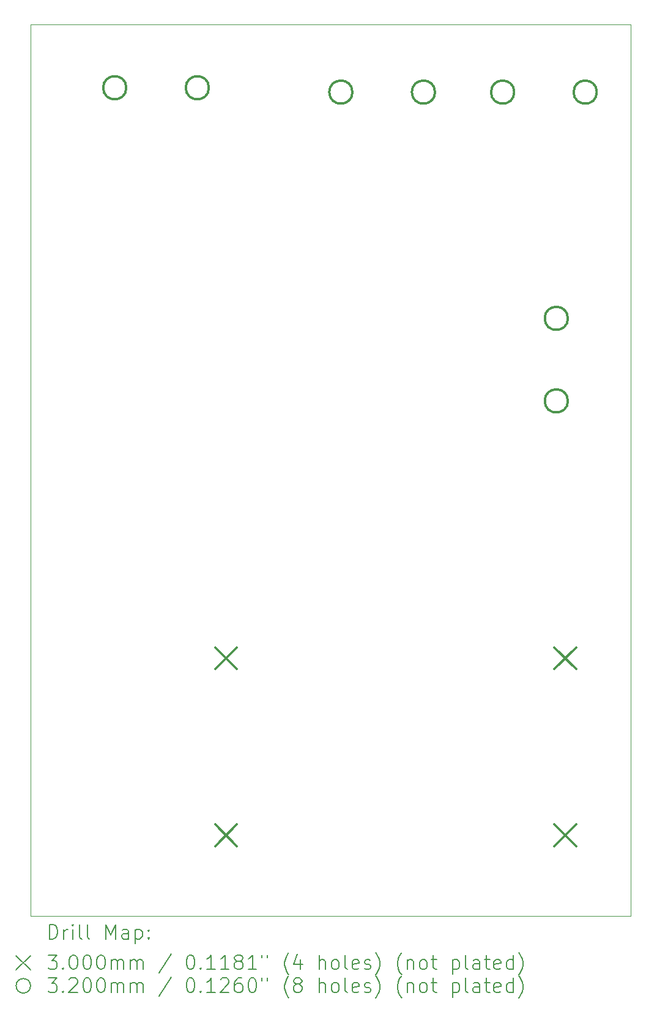
<source format=gbr>
%TF.GenerationSoftware,KiCad,Pcbnew,9.0.2*%
%TF.CreationDate,2025-06-26T10:54:21-04:00*%
%TF.ProjectId,caeluspcb,6361656c-7573-4706-9362-2e6b69636164,rev?*%
%TF.SameCoordinates,Original*%
%TF.FileFunction,Drillmap*%
%TF.FilePolarity,Positive*%
%FSLAX45Y45*%
G04 Gerber Fmt 4.5, Leading zero omitted, Abs format (unit mm)*
G04 Created by KiCad (PCBNEW 9.0.2) date 2025-06-26 10:54:21*
%MOMM*%
%LPD*%
G01*
G04 APERTURE LIST*
%ADD10C,0.050000*%
%ADD11C,0.200000*%
%ADD12C,0.300000*%
%ADD13C,0.320000*%
G04 APERTURE END LIST*
D10*
X4150000Y-6500000D02*
X12450000Y-6500000D01*
X12450000Y-18850000D01*
X4150000Y-18850000D01*
X4150000Y-6500000D01*
D11*
D12*
X6702500Y-15127000D02*
X7002500Y-15427000D01*
X7002500Y-15127000D02*
X6702500Y-15427000D01*
X6702500Y-17578000D02*
X7002500Y-17878000D01*
X7002500Y-17578000D02*
X6702500Y-17878000D01*
X11397500Y-15127000D02*
X11697500Y-15427000D01*
X11697500Y-15127000D02*
X11397500Y-15427000D01*
X11397500Y-17578000D02*
X11697500Y-17878000D01*
X11697500Y-17578000D02*
X11397500Y-17878000D01*
D13*
X5472750Y-7378000D02*
G75*
G02*
X5152750Y-7378000I-160000J0D01*
G01*
X5152750Y-7378000D02*
G75*
G02*
X5472750Y-7378000I160000J0D01*
G01*
X6615750Y-7378000D02*
G75*
G02*
X6295750Y-7378000I-160000J0D01*
G01*
X6295750Y-7378000D02*
G75*
G02*
X6615750Y-7378000I160000J0D01*
G01*
X8602000Y-7438000D02*
G75*
G02*
X8282000Y-7438000I-160000J0D01*
G01*
X8282000Y-7438000D02*
G75*
G02*
X8602000Y-7438000I160000J0D01*
G01*
X9745000Y-7438000D02*
G75*
G02*
X9425000Y-7438000I-160000J0D01*
G01*
X9425000Y-7438000D02*
G75*
G02*
X9745000Y-7438000I160000J0D01*
G01*
X10841000Y-7438000D02*
G75*
G02*
X10521000Y-7438000I-160000J0D01*
G01*
X10521000Y-7438000D02*
G75*
G02*
X10841000Y-7438000I160000J0D01*
G01*
X11584000Y-10570750D02*
G75*
G02*
X11264000Y-10570750I-160000J0D01*
G01*
X11264000Y-10570750D02*
G75*
G02*
X11584000Y-10570750I160000J0D01*
G01*
X11584000Y-11713750D02*
G75*
G02*
X11264000Y-11713750I-160000J0D01*
G01*
X11264000Y-11713750D02*
G75*
G02*
X11584000Y-11713750I160000J0D01*
G01*
X11984000Y-7438000D02*
G75*
G02*
X11664000Y-7438000I-160000J0D01*
G01*
X11664000Y-7438000D02*
G75*
G02*
X11984000Y-7438000I160000J0D01*
G01*
D11*
X4408277Y-19163984D02*
X4408277Y-18963984D01*
X4408277Y-18963984D02*
X4455896Y-18963984D01*
X4455896Y-18963984D02*
X4484467Y-18973508D01*
X4484467Y-18973508D02*
X4503515Y-18992555D01*
X4503515Y-18992555D02*
X4513039Y-19011603D01*
X4513039Y-19011603D02*
X4522563Y-19049698D01*
X4522563Y-19049698D02*
X4522563Y-19078270D01*
X4522563Y-19078270D02*
X4513039Y-19116365D01*
X4513039Y-19116365D02*
X4503515Y-19135412D01*
X4503515Y-19135412D02*
X4484467Y-19154460D01*
X4484467Y-19154460D02*
X4455896Y-19163984D01*
X4455896Y-19163984D02*
X4408277Y-19163984D01*
X4608277Y-19163984D02*
X4608277Y-19030650D01*
X4608277Y-19068746D02*
X4617801Y-19049698D01*
X4617801Y-19049698D02*
X4627324Y-19040174D01*
X4627324Y-19040174D02*
X4646372Y-19030650D01*
X4646372Y-19030650D02*
X4665420Y-19030650D01*
X4732086Y-19163984D02*
X4732086Y-19030650D01*
X4732086Y-18963984D02*
X4722563Y-18973508D01*
X4722563Y-18973508D02*
X4732086Y-18983031D01*
X4732086Y-18983031D02*
X4741610Y-18973508D01*
X4741610Y-18973508D02*
X4732086Y-18963984D01*
X4732086Y-18963984D02*
X4732086Y-18983031D01*
X4855896Y-19163984D02*
X4836848Y-19154460D01*
X4836848Y-19154460D02*
X4827324Y-19135412D01*
X4827324Y-19135412D02*
X4827324Y-18963984D01*
X4960658Y-19163984D02*
X4941610Y-19154460D01*
X4941610Y-19154460D02*
X4932086Y-19135412D01*
X4932086Y-19135412D02*
X4932086Y-18963984D01*
X5189229Y-19163984D02*
X5189229Y-18963984D01*
X5189229Y-18963984D02*
X5255896Y-19106841D01*
X5255896Y-19106841D02*
X5322563Y-18963984D01*
X5322563Y-18963984D02*
X5322563Y-19163984D01*
X5503515Y-19163984D02*
X5503515Y-19059222D01*
X5503515Y-19059222D02*
X5493991Y-19040174D01*
X5493991Y-19040174D02*
X5474944Y-19030650D01*
X5474944Y-19030650D02*
X5436848Y-19030650D01*
X5436848Y-19030650D02*
X5417801Y-19040174D01*
X5503515Y-19154460D02*
X5484467Y-19163984D01*
X5484467Y-19163984D02*
X5436848Y-19163984D01*
X5436848Y-19163984D02*
X5417801Y-19154460D01*
X5417801Y-19154460D02*
X5408277Y-19135412D01*
X5408277Y-19135412D02*
X5408277Y-19116365D01*
X5408277Y-19116365D02*
X5417801Y-19097317D01*
X5417801Y-19097317D02*
X5436848Y-19087793D01*
X5436848Y-19087793D02*
X5484467Y-19087793D01*
X5484467Y-19087793D02*
X5503515Y-19078270D01*
X5598753Y-19030650D02*
X5598753Y-19230650D01*
X5598753Y-19040174D02*
X5617801Y-19030650D01*
X5617801Y-19030650D02*
X5655896Y-19030650D01*
X5655896Y-19030650D02*
X5674943Y-19040174D01*
X5674943Y-19040174D02*
X5684467Y-19049698D01*
X5684467Y-19049698D02*
X5693991Y-19068746D01*
X5693991Y-19068746D02*
X5693991Y-19125889D01*
X5693991Y-19125889D02*
X5684467Y-19144936D01*
X5684467Y-19144936D02*
X5674943Y-19154460D01*
X5674943Y-19154460D02*
X5655896Y-19163984D01*
X5655896Y-19163984D02*
X5617801Y-19163984D01*
X5617801Y-19163984D02*
X5598753Y-19154460D01*
X5779705Y-19144936D02*
X5789229Y-19154460D01*
X5789229Y-19154460D02*
X5779705Y-19163984D01*
X5779705Y-19163984D02*
X5770182Y-19154460D01*
X5770182Y-19154460D02*
X5779705Y-19144936D01*
X5779705Y-19144936D02*
X5779705Y-19163984D01*
X5779705Y-19040174D02*
X5789229Y-19049698D01*
X5789229Y-19049698D02*
X5779705Y-19059222D01*
X5779705Y-19059222D02*
X5770182Y-19049698D01*
X5770182Y-19049698D02*
X5779705Y-19040174D01*
X5779705Y-19040174D02*
X5779705Y-19059222D01*
X3947500Y-19392500D02*
X4147500Y-19592500D01*
X4147500Y-19392500D02*
X3947500Y-19592500D01*
X4389229Y-19383984D02*
X4513039Y-19383984D01*
X4513039Y-19383984D02*
X4446372Y-19460174D01*
X4446372Y-19460174D02*
X4474944Y-19460174D01*
X4474944Y-19460174D02*
X4493991Y-19469698D01*
X4493991Y-19469698D02*
X4503515Y-19479222D01*
X4503515Y-19479222D02*
X4513039Y-19498270D01*
X4513039Y-19498270D02*
X4513039Y-19545889D01*
X4513039Y-19545889D02*
X4503515Y-19564936D01*
X4503515Y-19564936D02*
X4493991Y-19574460D01*
X4493991Y-19574460D02*
X4474944Y-19583984D01*
X4474944Y-19583984D02*
X4417801Y-19583984D01*
X4417801Y-19583984D02*
X4398753Y-19574460D01*
X4398753Y-19574460D02*
X4389229Y-19564936D01*
X4598753Y-19564936D02*
X4608277Y-19574460D01*
X4608277Y-19574460D02*
X4598753Y-19583984D01*
X4598753Y-19583984D02*
X4589229Y-19574460D01*
X4589229Y-19574460D02*
X4598753Y-19564936D01*
X4598753Y-19564936D02*
X4598753Y-19583984D01*
X4732086Y-19383984D02*
X4751134Y-19383984D01*
X4751134Y-19383984D02*
X4770182Y-19393508D01*
X4770182Y-19393508D02*
X4779705Y-19403031D01*
X4779705Y-19403031D02*
X4789229Y-19422079D01*
X4789229Y-19422079D02*
X4798753Y-19460174D01*
X4798753Y-19460174D02*
X4798753Y-19507793D01*
X4798753Y-19507793D02*
X4789229Y-19545889D01*
X4789229Y-19545889D02*
X4779705Y-19564936D01*
X4779705Y-19564936D02*
X4770182Y-19574460D01*
X4770182Y-19574460D02*
X4751134Y-19583984D01*
X4751134Y-19583984D02*
X4732086Y-19583984D01*
X4732086Y-19583984D02*
X4713039Y-19574460D01*
X4713039Y-19574460D02*
X4703515Y-19564936D01*
X4703515Y-19564936D02*
X4693991Y-19545889D01*
X4693991Y-19545889D02*
X4684467Y-19507793D01*
X4684467Y-19507793D02*
X4684467Y-19460174D01*
X4684467Y-19460174D02*
X4693991Y-19422079D01*
X4693991Y-19422079D02*
X4703515Y-19403031D01*
X4703515Y-19403031D02*
X4713039Y-19393508D01*
X4713039Y-19393508D02*
X4732086Y-19383984D01*
X4922563Y-19383984D02*
X4941610Y-19383984D01*
X4941610Y-19383984D02*
X4960658Y-19393508D01*
X4960658Y-19393508D02*
X4970182Y-19403031D01*
X4970182Y-19403031D02*
X4979705Y-19422079D01*
X4979705Y-19422079D02*
X4989229Y-19460174D01*
X4989229Y-19460174D02*
X4989229Y-19507793D01*
X4989229Y-19507793D02*
X4979705Y-19545889D01*
X4979705Y-19545889D02*
X4970182Y-19564936D01*
X4970182Y-19564936D02*
X4960658Y-19574460D01*
X4960658Y-19574460D02*
X4941610Y-19583984D01*
X4941610Y-19583984D02*
X4922563Y-19583984D01*
X4922563Y-19583984D02*
X4903515Y-19574460D01*
X4903515Y-19574460D02*
X4893991Y-19564936D01*
X4893991Y-19564936D02*
X4884467Y-19545889D01*
X4884467Y-19545889D02*
X4874944Y-19507793D01*
X4874944Y-19507793D02*
X4874944Y-19460174D01*
X4874944Y-19460174D02*
X4884467Y-19422079D01*
X4884467Y-19422079D02*
X4893991Y-19403031D01*
X4893991Y-19403031D02*
X4903515Y-19393508D01*
X4903515Y-19393508D02*
X4922563Y-19383984D01*
X5113039Y-19383984D02*
X5132086Y-19383984D01*
X5132086Y-19383984D02*
X5151134Y-19393508D01*
X5151134Y-19393508D02*
X5160658Y-19403031D01*
X5160658Y-19403031D02*
X5170182Y-19422079D01*
X5170182Y-19422079D02*
X5179705Y-19460174D01*
X5179705Y-19460174D02*
X5179705Y-19507793D01*
X5179705Y-19507793D02*
X5170182Y-19545889D01*
X5170182Y-19545889D02*
X5160658Y-19564936D01*
X5160658Y-19564936D02*
X5151134Y-19574460D01*
X5151134Y-19574460D02*
X5132086Y-19583984D01*
X5132086Y-19583984D02*
X5113039Y-19583984D01*
X5113039Y-19583984D02*
X5093991Y-19574460D01*
X5093991Y-19574460D02*
X5084467Y-19564936D01*
X5084467Y-19564936D02*
X5074944Y-19545889D01*
X5074944Y-19545889D02*
X5065420Y-19507793D01*
X5065420Y-19507793D02*
X5065420Y-19460174D01*
X5065420Y-19460174D02*
X5074944Y-19422079D01*
X5074944Y-19422079D02*
X5084467Y-19403031D01*
X5084467Y-19403031D02*
X5093991Y-19393508D01*
X5093991Y-19393508D02*
X5113039Y-19383984D01*
X5265420Y-19583984D02*
X5265420Y-19450650D01*
X5265420Y-19469698D02*
X5274944Y-19460174D01*
X5274944Y-19460174D02*
X5293991Y-19450650D01*
X5293991Y-19450650D02*
X5322563Y-19450650D01*
X5322563Y-19450650D02*
X5341610Y-19460174D01*
X5341610Y-19460174D02*
X5351134Y-19479222D01*
X5351134Y-19479222D02*
X5351134Y-19583984D01*
X5351134Y-19479222D02*
X5360658Y-19460174D01*
X5360658Y-19460174D02*
X5379705Y-19450650D01*
X5379705Y-19450650D02*
X5408277Y-19450650D01*
X5408277Y-19450650D02*
X5427325Y-19460174D01*
X5427325Y-19460174D02*
X5436848Y-19479222D01*
X5436848Y-19479222D02*
X5436848Y-19583984D01*
X5532086Y-19583984D02*
X5532086Y-19450650D01*
X5532086Y-19469698D02*
X5541610Y-19460174D01*
X5541610Y-19460174D02*
X5560658Y-19450650D01*
X5560658Y-19450650D02*
X5589229Y-19450650D01*
X5589229Y-19450650D02*
X5608277Y-19460174D01*
X5608277Y-19460174D02*
X5617801Y-19479222D01*
X5617801Y-19479222D02*
X5617801Y-19583984D01*
X5617801Y-19479222D02*
X5627324Y-19460174D01*
X5627324Y-19460174D02*
X5646372Y-19450650D01*
X5646372Y-19450650D02*
X5674943Y-19450650D01*
X5674943Y-19450650D02*
X5693991Y-19460174D01*
X5693991Y-19460174D02*
X5703515Y-19479222D01*
X5703515Y-19479222D02*
X5703515Y-19583984D01*
X6093991Y-19374460D02*
X5922563Y-19631603D01*
X6351134Y-19383984D02*
X6370182Y-19383984D01*
X6370182Y-19383984D02*
X6389229Y-19393508D01*
X6389229Y-19393508D02*
X6398753Y-19403031D01*
X6398753Y-19403031D02*
X6408277Y-19422079D01*
X6408277Y-19422079D02*
X6417801Y-19460174D01*
X6417801Y-19460174D02*
X6417801Y-19507793D01*
X6417801Y-19507793D02*
X6408277Y-19545889D01*
X6408277Y-19545889D02*
X6398753Y-19564936D01*
X6398753Y-19564936D02*
X6389229Y-19574460D01*
X6389229Y-19574460D02*
X6370182Y-19583984D01*
X6370182Y-19583984D02*
X6351134Y-19583984D01*
X6351134Y-19583984D02*
X6332086Y-19574460D01*
X6332086Y-19574460D02*
X6322563Y-19564936D01*
X6322563Y-19564936D02*
X6313039Y-19545889D01*
X6313039Y-19545889D02*
X6303515Y-19507793D01*
X6303515Y-19507793D02*
X6303515Y-19460174D01*
X6303515Y-19460174D02*
X6313039Y-19422079D01*
X6313039Y-19422079D02*
X6322563Y-19403031D01*
X6322563Y-19403031D02*
X6332086Y-19393508D01*
X6332086Y-19393508D02*
X6351134Y-19383984D01*
X6503515Y-19564936D02*
X6513039Y-19574460D01*
X6513039Y-19574460D02*
X6503515Y-19583984D01*
X6503515Y-19583984D02*
X6493991Y-19574460D01*
X6493991Y-19574460D02*
X6503515Y-19564936D01*
X6503515Y-19564936D02*
X6503515Y-19583984D01*
X6703515Y-19583984D02*
X6589229Y-19583984D01*
X6646372Y-19583984D02*
X6646372Y-19383984D01*
X6646372Y-19383984D02*
X6627325Y-19412555D01*
X6627325Y-19412555D02*
X6608277Y-19431603D01*
X6608277Y-19431603D02*
X6589229Y-19441127D01*
X6893991Y-19583984D02*
X6779706Y-19583984D01*
X6836848Y-19583984D02*
X6836848Y-19383984D01*
X6836848Y-19383984D02*
X6817801Y-19412555D01*
X6817801Y-19412555D02*
X6798753Y-19431603D01*
X6798753Y-19431603D02*
X6779706Y-19441127D01*
X7008277Y-19469698D02*
X6989229Y-19460174D01*
X6989229Y-19460174D02*
X6979706Y-19450650D01*
X6979706Y-19450650D02*
X6970182Y-19431603D01*
X6970182Y-19431603D02*
X6970182Y-19422079D01*
X6970182Y-19422079D02*
X6979706Y-19403031D01*
X6979706Y-19403031D02*
X6989229Y-19393508D01*
X6989229Y-19393508D02*
X7008277Y-19383984D01*
X7008277Y-19383984D02*
X7046372Y-19383984D01*
X7046372Y-19383984D02*
X7065420Y-19393508D01*
X7065420Y-19393508D02*
X7074944Y-19403031D01*
X7074944Y-19403031D02*
X7084467Y-19422079D01*
X7084467Y-19422079D02*
X7084467Y-19431603D01*
X7084467Y-19431603D02*
X7074944Y-19450650D01*
X7074944Y-19450650D02*
X7065420Y-19460174D01*
X7065420Y-19460174D02*
X7046372Y-19469698D01*
X7046372Y-19469698D02*
X7008277Y-19469698D01*
X7008277Y-19469698D02*
X6989229Y-19479222D01*
X6989229Y-19479222D02*
X6979706Y-19488746D01*
X6979706Y-19488746D02*
X6970182Y-19507793D01*
X6970182Y-19507793D02*
X6970182Y-19545889D01*
X6970182Y-19545889D02*
X6979706Y-19564936D01*
X6979706Y-19564936D02*
X6989229Y-19574460D01*
X6989229Y-19574460D02*
X7008277Y-19583984D01*
X7008277Y-19583984D02*
X7046372Y-19583984D01*
X7046372Y-19583984D02*
X7065420Y-19574460D01*
X7065420Y-19574460D02*
X7074944Y-19564936D01*
X7074944Y-19564936D02*
X7084467Y-19545889D01*
X7084467Y-19545889D02*
X7084467Y-19507793D01*
X7084467Y-19507793D02*
X7074944Y-19488746D01*
X7074944Y-19488746D02*
X7065420Y-19479222D01*
X7065420Y-19479222D02*
X7046372Y-19469698D01*
X7274944Y-19583984D02*
X7160658Y-19583984D01*
X7217801Y-19583984D02*
X7217801Y-19383984D01*
X7217801Y-19383984D02*
X7198753Y-19412555D01*
X7198753Y-19412555D02*
X7179706Y-19431603D01*
X7179706Y-19431603D02*
X7160658Y-19441127D01*
X7351134Y-19383984D02*
X7351134Y-19422079D01*
X7427325Y-19383984D02*
X7427325Y-19422079D01*
X7722563Y-19660174D02*
X7713039Y-19650650D01*
X7713039Y-19650650D02*
X7693991Y-19622079D01*
X7693991Y-19622079D02*
X7684468Y-19603031D01*
X7684468Y-19603031D02*
X7674944Y-19574460D01*
X7674944Y-19574460D02*
X7665420Y-19526841D01*
X7665420Y-19526841D02*
X7665420Y-19488746D01*
X7665420Y-19488746D02*
X7674944Y-19441127D01*
X7674944Y-19441127D02*
X7684468Y-19412555D01*
X7684468Y-19412555D02*
X7693991Y-19393508D01*
X7693991Y-19393508D02*
X7713039Y-19364936D01*
X7713039Y-19364936D02*
X7722563Y-19355412D01*
X7884468Y-19450650D02*
X7884468Y-19583984D01*
X7836848Y-19374460D02*
X7789229Y-19517317D01*
X7789229Y-19517317D02*
X7913039Y-19517317D01*
X8141610Y-19583984D02*
X8141610Y-19383984D01*
X8227325Y-19583984D02*
X8227325Y-19479222D01*
X8227325Y-19479222D02*
X8217801Y-19460174D01*
X8217801Y-19460174D02*
X8198753Y-19450650D01*
X8198753Y-19450650D02*
X8170182Y-19450650D01*
X8170182Y-19450650D02*
X8151134Y-19460174D01*
X8151134Y-19460174D02*
X8141610Y-19469698D01*
X8351134Y-19583984D02*
X8332087Y-19574460D01*
X8332087Y-19574460D02*
X8322563Y-19564936D01*
X8322563Y-19564936D02*
X8313039Y-19545889D01*
X8313039Y-19545889D02*
X8313039Y-19488746D01*
X8313039Y-19488746D02*
X8322563Y-19469698D01*
X8322563Y-19469698D02*
X8332087Y-19460174D01*
X8332087Y-19460174D02*
X8351134Y-19450650D01*
X8351134Y-19450650D02*
X8379706Y-19450650D01*
X8379706Y-19450650D02*
X8398753Y-19460174D01*
X8398753Y-19460174D02*
X8408277Y-19469698D01*
X8408277Y-19469698D02*
X8417801Y-19488746D01*
X8417801Y-19488746D02*
X8417801Y-19545889D01*
X8417801Y-19545889D02*
X8408277Y-19564936D01*
X8408277Y-19564936D02*
X8398753Y-19574460D01*
X8398753Y-19574460D02*
X8379706Y-19583984D01*
X8379706Y-19583984D02*
X8351134Y-19583984D01*
X8532087Y-19583984D02*
X8513039Y-19574460D01*
X8513039Y-19574460D02*
X8503515Y-19555412D01*
X8503515Y-19555412D02*
X8503515Y-19383984D01*
X8684468Y-19574460D02*
X8665420Y-19583984D01*
X8665420Y-19583984D02*
X8627325Y-19583984D01*
X8627325Y-19583984D02*
X8608277Y-19574460D01*
X8608277Y-19574460D02*
X8598753Y-19555412D01*
X8598753Y-19555412D02*
X8598753Y-19479222D01*
X8598753Y-19479222D02*
X8608277Y-19460174D01*
X8608277Y-19460174D02*
X8627325Y-19450650D01*
X8627325Y-19450650D02*
X8665420Y-19450650D01*
X8665420Y-19450650D02*
X8684468Y-19460174D01*
X8684468Y-19460174D02*
X8693992Y-19479222D01*
X8693992Y-19479222D02*
X8693992Y-19498270D01*
X8693992Y-19498270D02*
X8598753Y-19517317D01*
X8770182Y-19574460D02*
X8789230Y-19583984D01*
X8789230Y-19583984D02*
X8827325Y-19583984D01*
X8827325Y-19583984D02*
X8846373Y-19574460D01*
X8846373Y-19574460D02*
X8855896Y-19555412D01*
X8855896Y-19555412D02*
X8855896Y-19545889D01*
X8855896Y-19545889D02*
X8846373Y-19526841D01*
X8846373Y-19526841D02*
X8827325Y-19517317D01*
X8827325Y-19517317D02*
X8798753Y-19517317D01*
X8798753Y-19517317D02*
X8779706Y-19507793D01*
X8779706Y-19507793D02*
X8770182Y-19488746D01*
X8770182Y-19488746D02*
X8770182Y-19479222D01*
X8770182Y-19479222D02*
X8779706Y-19460174D01*
X8779706Y-19460174D02*
X8798753Y-19450650D01*
X8798753Y-19450650D02*
X8827325Y-19450650D01*
X8827325Y-19450650D02*
X8846373Y-19460174D01*
X8922563Y-19660174D02*
X8932087Y-19650650D01*
X8932087Y-19650650D02*
X8951134Y-19622079D01*
X8951134Y-19622079D02*
X8960658Y-19603031D01*
X8960658Y-19603031D02*
X8970182Y-19574460D01*
X8970182Y-19574460D02*
X8979706Y-19526841D01*
X8979706Y-19526841D02*
X8979706Y-19488746D01*
X8979706Y-19488746D02*
X8970182Y-19441127D01*
X8970182Y-19441127D02*
X8960658Y-19412555D01*
X8960658Y-19412555D02*
X8951134Y-19393508D01*
X8951134Y-19393508D02*
X8932087Y-19364936D01*
X8932087Y-19364936D02*
X8922563Y-19355412D01*
X9284468Y-19660174D02*
X9274944Y-19650650D01*
X9274944Y-19650650D02*
X9255896Y-19622079D01*
X9255896Y-19622079D02*
X9246373Y-19603031D01*
X9246373Y-19603031D02*
X9236849Y-19574460D01*
X9236849Y-19574460D02*
X9227325Y-19526841D01*
X9227325Y-19526841D02*
X9227325Y-19488746D01*
X9227325Y-19488746D02*
X9236849Y-19441127D01*
X9236849Y-19441127D02*
X9246373Y-19412555D01*
X9246373Y-19412555D02*
X9255896Y-19393508D01*
X9255896Y-19393508D02*
X9274944Y-19364936D01*
X9274944Y-19364936D02*
X9284468Y-19355412D01*
X9360658Y-19450650D02*
X9360658Y-19583984D01*
X9360658Y-19469698D02*
X9370182Y-19460174D01*
X9370182Y-19460174D02*
X9389230Y-19450650D01*
X9389230Y-19450650D02*
X9417801Y-19450650D01*
X9417801Y-19450650D02*
X9436849Y-19460174D01*
X9436849Y-19460174D02*
X9446373Y-19479222D01*
X9446373Y-19479222D02*
X9446373Y-19583984D01*
X9570182Y-19583984D02*
X9551134Y-19574460D01*
X9551134Y-19574460D02*
X9541611Y-19564936D01*
X9541611Y-19564936D02*
X9532087Y-19545889D01*
X9532087Y-19545889D02*
X9532087Y-19488746D01*
X9532087Y-19488746D02*
X9541611Y-19469698D01*
X9541611Y-19469698D02*
X9551134Y-19460174D01*
X9551134Y-19460174D02*
X9570182Y-19450650D01*
X9570182Y-19450650D02*
X9598754Y-19450650D01*
X9598754Y-19450650D02*
X9617801Y-19460174D01*
X9617801Y-19460174D02*
X9627325Y-19469698D01*
X9627325Y-19469698D02*
X9636849Y-19488746D01*
X9636849Y-19488746D02*
X9636849Y-19545889D01*
X9636849Y-19545889D02*
X9627325Y-19564936D01*
X9627325Y-19564936D02*
X9617801Y-19574460D01*
X9617801Y-19574460D02*
X9598754Y-19583984D01*
X9598754Y-19583984D02*
X9570182Y-19583984D01*
X9693992Y-19450650D02*
X9770182Y-19450650D01*
X9722563Y-19383984D02*
X9722563Y-19555412D01*
X9722563Y-19555412D02*
X9732087Y-19574460D01*
X9732087Y-19574460D02*
X9751134Y-19583984D01*
X9751134Y-19583984D02*
X9770182Y-19583984D01*
X9989230Y-19450650D02*
X9989230Y-19650650D01*
X9989230Y-19460174D02*
X10008277Y-19450650D01*
X10008277Y-19450650D02*
X10046373Y-19450650D01*
X10046373Y-19450650D02*
X10065420Y-19460174D01*
X10065420Y-19460174D02*
X10074944Y-19469698D01*
X10074944Y-19469698D02*
X10084468Y-19488746D01*
X10084468Y-19488746D02*
X10084468Y-19545889D01*
X10084468Y-19545889D02*
X10074944Y-19564936D01*
X10074944Y-19564936D02*
X10065420Y-19574460D01*
X10065420Y-19574460D02*
X10046373Y-19583984D01*
X10046373Y-19583984D02*
X10008277Y-19583984D01*
X10008277Y-19583984D02*
X9989230Y-19574460D01*
X10198754Y-19583984D02*
X10179706Y-19574460D01*
X10179706Y-19574460D02*
X10170182Y-19555412D01*
X10170182Y-19555412D02*
X10170182Y-19383984D01*
X10360658Y-19583984D02*
X10360658Y-19479222D01*
X10360658Y-19479222D02*
X10351135Y-19460174D01*
X10351135Y-19460174D02*
X10332087Y-19450650D01*
X10332087Y-19450650D02*
X10293992Y-19450650D01*
X10293992Y-19450650D02*
X10274944Y-19460174D01*
X10360658Y-19574460D02*
X10341611Y-19583984D01*
X10341611Y-19583984D02*
X10293992Y-19583984D01*
X10293992Y-19583984D02*
X10274944Y-19574460D01*
X10274944Y-19574460D02*
X10265420Y-19555412D01*
X10265420Y-19555412D02*
X10265420Y-19536365D01*
X10265420Y-19536365D02*
X10274944Y-19517317D01*
X10274944Y-19517317D02*
X10293992Y-19507793D01*
X10293992Y-19507793D02*
X10341611Y-19507793D01*
X10341611Y-19507793D02*
X10360658Y-19498270D01*
X10427325Y-19450650D02*
X10503515Y-19450650D01*
X10455896Y-19383984D02*
X10455896Y-19555412D01*
X10455896Y-19555412D02*
X10465420Y-19574460D01*
X10465420Y-19574460D02*
X10484468Y-19583984D01*
X10484468Y-19583984D02*
X10503515Y-19583984D01*
X10646373Y-19574460D02*
X10627325Y-19583984D01*
X10627325Y-19583984D02*
X10589230Y-19583984D01*
X10589230Y-19583984D02*
X10570182Y-19574460D01*
X10570182Y-19574460D02*
X10560658Y-19555412D01*
X10560658Y-19555412D02*
X10560658Y-19479222D01*
X10560658Y-19479222D02*
X10570182Y-19460174D01*
X10570182Y-19460174D02*
X10589230Y-19450650D01*
X10589230Y-19450650D02*
X10627325Y-19450650D01*
X10627325Y-19450650D02*
X10646373Y-19460174D01*
X10646373Y-19460174D02*
X10655896Y-19479222D01*
X10655896Y-19479222D02*
X10655896Y-19498270D01*
X10655896Y-19498270D02*
X10560658Y-19517317D01*
X10827325Y-19583984D02*
X10827325Y-19383984D01*
X10827325Y-19574460D02*
X10808277Y-19583984D01*
X10808277Y-19583984D02*
X10770182Y-19583984D01*
X10770182Y-19583984D02*
X10751135Y-19574460D01*
X10751135Y-19574460D02*
X10741611Y-19564936D01*
X10741611Y-19564936D02*
X10732087Y-19545889D01*
X10732087Y-19545889D02*
X10732087Y-19488746D01*
X10732087Y-19488746D02*
X10741611Y-19469698D01*
X10741611Y-19469698D02*
X10751135Y-19460174D01*
X10751135Y-19460174D02*
X10770182Y-19450650D01*
X10770182Y-19450650D02*
X10808277Y-19450650D01*
X10808277Y-19450650D02*
X10827325Y-19460174D01*
X10903516Y-19660174D02*
X10913039Y-19650650D01*
X10913039Y-19650650D02*
X10932087Y-19622079D01*
X10932087Y-19622079D02*
X10941611Y-19603031D01*
X10941611Y-19603031D02*
X10951135Y-19574460D01*
X10951135Y-19574460D02*
X10960658Y-19526841D01*
X10960658Y-19526841D02*
X10960658Y-19488746D01*
X10960658Y-19488746D02*
X10951135Y-19441127D01*
X10951135Y-19441127D02*
X10941611Y-19412555D01*
X10941611Y-19412555D02*
X10932087Y-19393508D01*
X10932087Y-19393508D02*
X10913039Y-19364936D01*
X10913039Y-19364936D02*
X10903516Y-19355412D01*
X4147500Y-19812500D02*
G75*
G02*
X3947500Y-19812500I-100000J0D01*
G01*
X3947500Y-19812500D02*
G75*
G02*
X4147500Y-19812500I100000J0D01*
G01*
X4389229Y-19703984D02*
X4513039Y-19703984D01*
X4513039Y-19703984D02*
X4446372Y-19780174D01*
X4446372Y-19780174D02*
X4474944Y-19780174D01*
X4474944Y-19780174D02*
X4493991Y-19789698D01*
X4493991Y-19789698D02*
X4503515Y-19799222D01*
X4503515Y-19799222D02*
X4513039Y-19818270D01*
X4513039Y-19818270D02*
X4513039Y-19865889D01*
X4513039Y-19865889D02*
X4503515Y-19884936D01*
X4503515Y-19884936D02*
X4493991Y-19894460D01*
X4493991Y-19894460D02*
X4474944Y-19903984D01*
X4474944Y-19903984D02*
X4417801Y-19903984D01*
X4417801Y-19903984D02*
X4398753Y-19894460D01*
X4398753Y-19894460D02*
X4389229Y-19884936D01*
X4598753Y-19884936D02*
X4608277Y-19894460D01*
X4608277Y-19894460D02*
X4598753Y-19903984D01*
X4598753Y-19903984D02*
X4589229Y-19894460D01*
X4589229Y-19894460D02*
X4598753Y-19884936D01*
X4598753Y-19884936D02*
X4598753Y-19903984D01*
X4684467Y-19723031D02*
X4693991Y-19713508D01*
X4693991Y-19713508D02*
X4713039Y-19703984D01*
X4713039Y-19703984D02*
X4760658Y-19703984D01*
X4760658Y-19703984D02*
X4779705Y-19713508D01*
X4779705Y-19713508D02*
X4789229Y-19723031D01*
X4789229Y-19723031D02*
X4798753Y-19742079D01*
X4798753Y-19742079D02*
X4798753Y-19761127D01*
X4798753Y-19761127D02*
X4789229Y-19789698D01*
X4789229Y-19789698D02*
X4674944Y-19903984D01*
X4674944Y-19903984D02*
X4798753Y-19903984D01*
X4922563Y-19703984D02*
X4941610Y-19703984D01*
X4941610Y-19703984D02*
X4960658Y-19713508D01*
X4960658Y-19713508D02*
X4970182Y-19723031D01*
X4970182Y-19723031D02*
X4979705Y-19742079D01*
X4979705Y-19742079D02*
X4989229Y-19780174D01*
X4989229Y-19780174D02*
X4989229Y-19827793D01*
X4989229Y-19827793D02*
X4979705Y-19865889D01*
X4979705Y-19865889D02*
X4970182Y-19884936D01*
X4970182Y-19884936D02*
X4960658Y-19894460D01*
X4960658Y-19894460D02*
X4941610Y-19903984D01*
X4941610Y-19903984D02*
X4922563Y-19903984D01*
X4922563Y-19903984D02*
X4903515Y-19894460D01*
X4903515Y-19894460D02*
X4893991Y-19884936D01*
X4893991Y-19884936D02*
X4884467Y-19865889D01*
X4884467Y-19865889D02*
X4874944Y-19827793D01*
X4874944Y-19827793D02*
X4874944Y-19780174D01*
X4874944Y-19780174D02*
X4884467Y-19742079D01*
X4884467Y-19742079D02*
X4893991Y-19723031D01*
X4893991Y-19723031D02*
X4903515Y-19713508D01*
X4903515Y-19713508D02*
X4922563Y-19703984D01*
X5113039Y-19703984D02*
X5132086Y-19703984D01*
X5132086Y-19703984D02*
X5151134Y-19713508D01*
X5151134Y-19713508D02*
X5160658Y-19723031D01*
X5160658Y-19723031D02*
X5170182Y-19742079D01*
X5170182Y-19742079D02*
X5179705Y-19780174D01*
X5179705Y-19780174D02*
X5179705Y-19827793D01*
X5179705Y-19827793D02*
X5170182Y-19865889D01*
X5170182Y-19865889D02*
X5160658Y-19884936D01*
X5160658Y-19884936D02*
X5151134Y-19894460D01*
X5151134Y-19894460D02*
X5132086Y-19903984D01*
X5132086Y-19903984D02*
X5113039Y-19903984D01*
X5113039Y-19903984D02*
X5093991Y-19894460D01*
X5093991Y-19894460D02*
X5084467Y-19884936D01*
X5084467Y-19884936D02*
X5074944Y-19865889D01*
X5074944Y-19865889D02*
X5065420Y-19827793D01*
X5065420Y-19827793D02*
X5065420Y-19780174D01*
X5065420Y-19780174D02*
X5074944Y-19742079D01*
X5074944Y-19742079D02*
X5084467Y-19723031D01*
X5084467Y-19723031D02*
X5093991Y-19713508D01*
X5093991Y-19713508D02*
X5113039Y-19703984D01*
X5265420Y-19903984D02*
X5265420Y-19770650D01*
X5265420Y-19789698D02*
X5274944Y-19780174D01*
X5274944Y-19780174D02*
X5293991Y-19770650D01*
X5293991Y-19770650D02*
X5322563Y-19770650D01*
X5322563Y-19770650D02*
X5341610Y-19780174D01*
X5341610Y-19780174D02*
X5351134Y-19799222D01*
X5351134Y-19799222D02*
X5351134Y-19903984D01*
X5351134Y-19799222D02*
X5360658Y-19780174D01*
X5360658Y-19780174D02*
X5379705Y-19770650D01*
X5379705Y-19770650D02*
X5408277Y-19770650D01*
X5408277Y-19770650D02*
X5427325Y-19780174D01*
X5427325Y-19780174D02*
X5436848Y-19799222D01*
X5436848Y-19799222D02*
X5436848Y-19903984D01*
X5532086Y-19903984D02*
X5532086Y-19770650D01*
X5532086Y-19789698D02*
X5541610Y-19780174D01*
X5541610Y-19780174D02*
X5560658Y-19770650D01*
X5560658Y-19770650D02*
X5589229Y-19770650D01*
X5589229Y-19770650D02*
X5608277Y-19780174D01*
X5608277Y-19780174D02*
X5617801Y-19799222D01*
X5617801Y-19799222D02*
X5617801Y-19903984D01*
X5617801Y-19799222D02*
X5627324Y-19780174D01*
X5627324Y-19780174D02*
X5646372Y-19770650D01*
X5646372Y-19770650D02*
X5674943Y-19770650D01*
X5674943Y-19770650D02*
X5693991Y-19780174D01*
X5693991Y-19780174D02*
X5703515Y-19799222D01*
X5703515Y-19799222D02*
X5703515Y-19903984D01*
X6093991Y-19694460D02*
X5922563Y-19951603D01*
X6351134Y-19703984D02*
X6370182Y-19703984D01*
X6370182Y-19703984D02*
X6389229Y-19713508D01*
X6389229Y-19713508D02*
X6398753Y-19723031D01*
X6398753Y-19723031D02*
X6408277Y-19742079D01*
X6408277Y-19742079D02*
X6417801Y-19780174D01*
X6417801Y-19780174D02*
X6417801Y-19827793D01*
X6417801Y-19827793D02*
X6408277Y-19865889D01*
X6408277Y-19865889D02*
X6398753Y-19884936D01*
X6398753Y-19884936D02*
X6389229Y-19894460D01*
X6389229Y-19894460D02*
X6370182Y-19903984D01*
X6370182Y-19903984D02*
X6351134Y-19903984D01*
X6351134Y-19903984D02*
X6332086Y-19894460D01*
X6332086Y-19894460D02*
X6322563Y-19884936D01*
X6322563Y-19884936D02*
X6313039Y-19865889D01*
X6313039Y-19865889D02*
X6303515Y-19827793D01*
X6303515Y-19827793D02*
X6303515Y-19780174D01*
X6303515Y-19780174D02*
X6313039Y-19742079D01*
X6313039Y-19742079D02*
X6322563Y-19723031D01*
X6322563Y-19723031D02*
X6332086Y-19713508D01*
X6332086Y-19713508D02*
X6351134Y-19703984D01*
X6503515Y-19884936D02*
X6513039Y-19894460D01*
X6513039Y-19894460D02*
X6503515Y-19903984D01*
X6503515Y-19903984D02*
X6493991Y-19894460D01*
X6493991Y-19894460D02*
X6503515Y-19884936D01*
X6503515Y-19884936D02*
X6503515Y-19903984D01*
X6703515Y-19903984D02*
X6589229Y-19903984D01*
X6646372Y-19903984D02*
X6646372Y-19703984D01*
X6646372Y-19703984D02*
X6627325Y-19732555D01*
X6627325Y-19732555D02*
X6608277Y-19751603D01*
X6608277Y-19751603D02*
X6589229Y-19761127D01*
X6779706Y-19723031D02*
X6789229Y-19713508D01*
X6789229Y-19713508D02*
X6808277Y-19703984D01*
X6808277Y-19703984D02*
X6855896Y-19703984D01*
X6855896Y-19703984D02*
X6874944Y-19713508D01*
X6874944Y-19713508D02*
X6884467Y-19723031D01*
X6884467Y-19723031D02*
X6893991Y-19742079D01*
X6893991Y-19742079D02*
X6893991Y-19761127D01*
X6893991Y-19761127D02*
X6884467Y-19789698D01*
X6884467Y-19789698D02*
X6770182Y-19903984D01*
X6770182Y-19903984D02*
X6893991Y-19903984D01*
X7065420Y-19703984D02*
X7027325Y-19703984D01*
X7027325Y-19703984D02*
X7008277Y-19713508D01*
X7008277Y-19713508D02*
X6998753Y-19723031D01*
X6998753Y-19723031D02*
X6979706Y-19751603D01*
X6979706Y-19751603D02*
X6970182Y-19789698D01*
X6970182Y-19789698D02*
X6970182Y-19865889D01*
X6970182Y-19865889D02*
X6979706Y-19884936D01*
X6979706Y-19884936D02*
X6989229Y-19894460D01*
X6989229Y-19894460D02*
X7008277Y-19903984D01*
X7008277Y-19903984D02*
X7046372Y-19903984D01*
X7046372Y-19903984D02*
X7065420Y-19894460D01*
X7065420Y-19894460D02*
X7074944Y-19884936D01*
X7074944Y-19884936D02*
X7084467Y-19865889D01*
X7084467Y-19865889D02*
X7084467Y-19818270D01*
X7084467Y-19818270D02*
X7074944Y-19799222D01*
X7074944Y-19799222D02*
X7065420Y-19789698D01*
X7065420Y-19789698D02*
X7046372Y-19780174D01*
X7046372Y-19780174D02*
X7008277Y-19780174D01*
X7008277Y-19780174D02*
X6989229Y-19789698D01*
X6989229Y-19789698D02*
X6979706Y-19799222D01*
X6979706Y-19799222D02*
X6970182Y-19818270D01*
X7208277Y-19703984D02*
X7227325Y-19703984D01*
X7227325Y-19703984D02*
X7246372Y-19713508D01*
X7246372Y-19713508D02*
X7255896Y-19723031D01*
X7255896Y-19723031D02*
X7265420Y-19742079D01*
X7265420Y-19742079D02*
X7274944Y-19780174D01*
X7274944Y-19780174D02*
X7274944Y-19827793D01*
X7274944Y-19827793D02*
X7265420Y-19865889D01*
X7265420Y-19865889D02*
X7255896Y-19884936D01*
X7255896Y-19884936D02*
X7246372Y-19894460D01*
X7246372Y-19894460D02*
X7227325Y-19903984D01*
X7227325Y-19903984D02*
X7208277Y-19903984D01*
X7208277Y-19903984D02*
X7189229Y-19894460D01*
X7189229Y-19894460D02*
X7179706Y-19884936D01*
X7179706Y-19884936D02*
X7170182Y-19865889D01*
X7170182Y-19865889D02*
X7160658Y-19827793D01*
X7160658Y-19827793D02*
X7160658Y-19780174D01*
X7160658Y-19780174D02*
X7170182Y-19742079D01*
X7170182Y-19742079D02*
X7179706Y-19723031D01*
X7179706Y-19723031D02*
X7189229Y-19713508D01*
X7189229Y-19713508D02*
X7208277Y-19703984D01*
X7351134Y-19703984D02*
X7351134Y-19742079D01*
X7427325Y-19703984D02*
X7427325Y-19742079D01*
X7722563Y-19980174D02*
X7713039Y-19970650D01*
X7713039Y-19970650D02*
X7693991Y-19942079D01*
X7693991Y-19942079D02*
X7684468Y-19923031D01*
X7684468Y-19923031D02*
X7674944Y-19894460D01*
X7674944Y-19894460D02*
X7665420Y-19846841D01*
X7665420Y-19846841D02*
X7665420Y-19808746D01*
X7665420Y-19808746D02*
X7674944Y-19761127D01*
X7674944Y-19761127D02*
X7684468Y-19732555D01*
X7684468Y-19732555D02*
X7693991Y-19713508D01*
X7693991Y-19713508D02*
X7713039Y-19684936D01*
X7713039Y-19684936D02*
X7722563Y-19675412D01*
X7827325Y-19789698D02*
X7808277Y-19780174D01*
X7808277Y-19780174D02*
X7798753Y-19770650D01*
X7798753Y-19770650D02*
X7789229Y-19751603D01*
X7789229Y-19751603D02*
X7789229Y-19742079D01*
X7789229Y-19742079D02*
X7798753Y-19723031D01*
X7798753Y-19723031D02*
X7808277Y-19713508D01*
X7808277Y-19713508D02*
X7827325Y-19703984D01*
X7827325Y-19703984D02*
X7865420Y-19703984D01*
X7865420Y-19703984D02*
X7884468Y-19713508D01*
X7884468Y-19713508D02*
X7893991Y-19723031D01*
X7893991Y-19723031D02*
X7903515Y-19742079D01*
X7903515Y-19742079D02*
X7903515Y-19751603D01*
X7903515Y-19751603D02*
X7893991Y-19770650D01*
X7893991Y-19770650D02*
X7884468Y-19780174D01*
X7884468Y-19780174D02*
X7865420Y-19789698D01*
X7865420Y-19789698D02*
X7827325Y-19789698D01*
X7827325Y-19789698D02*
X7808277Y-19799222D01*
X7808277Y-19799222D02*
X7798753Y-19808746D01*
X7798753Y-19808746D02*
X7789229Y-19827793D01*
X7789229Y-19827793D02*
X7789229Y-19865889D01*
X7789229Y-19865889D02*
X7798753Y-19884936D01*
X7798753Y-19884936D02*
X7808277Y-19894460D01*
X7808277Y-19894460D02*
X7827325Y-19903984D01*
X7827325Y-19903984D02*
X7865420Y-19903984D01*
X7865420Y-19903984D02*
X7884468Y-19894460D01*
X7884468Y-19894460D02*
X7893991Y-19884936D01*
X7893991Y-19884936D02*
X7903515Y-19865889D01*
X7903515Y-19865889D02*
X7903515Y-19827793D01*
X7903515Y-19827793D02*
X7893991Y-19808746D01*
X7893991Y-19808746D02*
X7884468Y-19799222D01*
X7884468Y-19799222D02*
X7865420Y-19789698D01*
X8141610Y-19903984D02*
X8141610Y-19703984D01*
X8227325Y-19903984D02*
X8227325Y-19799222D01*
X8227325Y-19799222D02*
X8217801Y-19780174D01*
X8217801Y-19780174D02*
X8198753Y-19770650D01*
X8198753Y-19770650D02*
X8170182Y-19770650D01*
X8170182Y-19770650D02*
X8151134Y-19780174D01*
X8151134Y-19780174D02*
X8141610Y-19789698D01*
X8351134Y-19903984D02*
X8332087Y-19894460D01*
X8332087Y-19894460D02*
X8322563Y-19884936D01*
X8322563Y-19884936D02*
X8313039Y-19865889D01*
X8313039Y-19865889D02*
X8313039Y-19808746D01*
X8313039Y-19808746D02*
X8322563Y-19789698D01*
X8322563Y-19789698D02*
X8332087Y-19780174D01*
X8332087Y-19780174D02*
X8351134Y-19770650D01*
X8351134Y-19770650D02*
X8379706Y-19770650D01*
X8379706Y-19770650D02*
X8398753Y-19780174D01*
X8398753Y-19780174D02*
X8408277Y-19789698D01*
X8408277Y-19789698D02*
X8417801Y-19808746D01*
X8417801Y-19808746D02*
X8417801Y-19865889D01*
X8417801Y-19865889D02*
X8408277Y-19884936D01*
X8408277Y-19884936D02*
X8398753Y-19894460D01*
X8398753Y-19894460D02*
X8379706Y-19903984D01*
X8379706Y-19903984D02*
X8351134Y-19903984D01*
X8532087Y-19903984D02*
X8513039Y-19894460D01*
X8513039Y-19894460D02*
X8503515Y-19875412D01*
X8503515Y-19875412D02*
X8503515Y-19703984D01*
X8684468Y-19894460D02*
X8665420Y-19903984D01*
X8665420Y-19903984D02*
X8627325Y-19903984D01*
X8627325Y-19903984D02*
X8608277Y-19894460D01*
X8608277Y-19894460D02*
X8598753Y-19875412D01*
X8598753Y-19875412D02*
X8598753Y-19799222D01*
X8598753Y-19799222D02*
X8608277Y-19780174D01*
X8608277Y-19780174D02*
X8627325Y-19770650D01*
X8627325Y-19770650D02*
X8665420Y-19770650D01*
X8665420Y-19770650D02*
X8684468Y-19780174D01*
X8684468Y-19780174D02*
X8693992Y-19799222D01*
X8693992Y-19799222D02*
X8693992Y-19818270D01*
X8693992Y-19818270D02*
X8598753Y-19837317D01*
X8770182Y-19894460D02*
X8789230Y-19903984D01*
X8789230Y-19903984D02*
X8827325Y-19903984D01*
X8827325Y-19903984D02*
X8846373Y-19894460D01*
X8846373Y-19894460D02*
X8855896Y-19875412D01*
X8855896Y-19875412D02*
X8855896Y-19865889D01*
X8855896Y-19865889D02*
X8846373Y-19846841D01*
X8846373Y-19846841D02*
X8827325Y-19837317D01*
X8827325Y-19837317D02*
X8798753Y-19837317D01*
X8798753Y-19837317D02*
X8779706Y-19827793D01*
X8779706Y-19827793D02*
X8770182Y-19808746D01*
X8770182Y-19808746D02*
X8770182Y-19799222D01*
X8770182Y-19799222D02*
X8779706Y-19780174D01*
X8779706Y-19780174D02*
X8798753Y-19770650D01*
X8798753Y-19770650D02*
X8827325Y-19770650D01*
X8827325Y-19770650D02*
X8846373Y-19780174D01*
X8922563Y-19980174D02*
X8932087Y-19970650D01*
X8932087Y-19970650D02*
X8951134Y-19942079D01*
X8951134Y-19942079D02*
X8960658Y-19923031D01*
X8960658Y-19923031D02*
X8970182Y-19894460D01*
X8970182Y-19894460D02*
X8979706Y-19846841D01*
X8979706Y-19846841D02*
X8979706Y-19808746D01*
X8979706Y-19808746D02*
X8970182Y-19761127D01*
X8970182Y-19761127D02*
X8960658Y-19732555D01*
X8960658Y-19732555D02*
X8951134Y-19713508D01*
X8951134Y-19713508D02*
X8932087Y-19684936D01*
X8932087Y-19684936D02*
X8922563Y-19675412D01*
X9284468Y-19980174D02*
X9274944Y-19970650D01*
X9274944Y-19970650D02*
X9255896Y-19942079D01*
X9255896Y-19942079D02*
X9246373Y-19923031D01*
X9246373Y-19923031D02*
X9236849Y-19894460D01*
X9236849Y-19894460D02*
X9227325Y-19846841D01*
X9227325Y-19846841D02*
X9227325Y-19808746D01*
X9227325Y-19808746D02*
X9236849Y-19761127D01*
X9236849Y-19761127D02*
X9246373Y-19732555D01*
X9246373Y-19732555D02*
X9255896Y-19713508D01*
X9255896Y-19713508D02*
X9274944Y-19684936D01*
X9274944Y-19684936D02*
X9284468Y-19675412D01*
X9360658Y-19770650D02*
X9360658Y-19903984D01*
X9360658Y-19789698D02*
X9370182Y-19780174D01*
X9370182Y-19780174D02*
X9389230Y-19770650D01*
X9389230Y-19770650D02*
X9417801Y-19770650D01*
X9417801Y-19770650D02*
X9436849Y-19780174D01*
X9436849Y-19780174D02*
X9446373Y-19799222D01*
X9446373Y-19799222D02*
X9446373Y-19903984D01*
X9570182Y-19903984D02*
X9551134Y-19894460D01*
X9551134Y-19894460D02*
X9541611Y-19884936D01*
X9541611Y-19884936D02*
X9532087Y-19865889D01*
X9532087Y-19865889D02*
X9532087Y-19808746D01*
X9532087Y-19808746D02*
X9541611Y-19789698D01*
X9541611Y-19789698D02*
X9551134Y-19780174D01*
X9551134Y-19780174D02*
X9570182Y-19770650D01*
X9570182Y-19770650D02*
X9598754Y-19770650D01*
X9598754Y-19770650D02*
X9617801Y-19780174D01*
X9617801Y-19780174D02*
X9627325Y-19789698D01*
X9627325Y-19789698D02*
X9636849Y-19808746D01*
X9636849Y-19808746D02*
X9636849Y-19865889D01*
X9636849Y-19865889D02*
X9627325Y-19884936D01*
X9627325Y-19884936D02*
X9617801Y-19894460D01*
X9617801Y-19894460D02*
X9598754Y-19903984D01*
X9598754Y-19903984D02*
X9570182Y-19903984D01*
X9693992Y-19770650D02*
X9770182Y-19770650D01*
X9722563Y-19703984D02*
X9722563Y-19875412D01*
X9722563Y-19875412D02*
X9732087Y-19894460D01*
X9732087Y-19894460D02*
X9751134Y-19903984D01*
X9751134Y-19903984D02*
X9770182Y-19903984D01*
X9989230Y-19770650D02*
X9989230Y-19970650D01*
X9989230Y-19780174D02*
X10008277Y-19770650D01*
X10008277Y-19770650D02*
X10046373Y-19770650D01*
X10046373Y-19770650D02*
X10065420Y-19780174D01*
X10065420Y-19780174D02*
X10074944Y-19789698D01*
X10074944Y-19789698D02*
X10084468Y-19808746D01*
X10084468Y-19808746D02*
X10084468Y-19865889D01*
X10084468Y-19865889D02*
X10074944Y-19884936D01*
X10074944Y-19884936D02*
X10065420Y-19894460D01*
X10065420Y-19894460D02*
X10046373Y-19903984D01*
X10046373Y-19903984D02*
X10008277Y-19903984D01*
X10008277Y-19903984D02*
X9989230Y-19894460D01*
X10198754Y-19903984D02*
X10179706Y-19894460D01*
X10179706Y-19894460D02*
X10170182Y-19875412D01*
X10170182Y-19875412D02*
X10170182Y-19703984D01*
X10360658Y-19903984D02*
X10360658Y-19799222D01*
X10360658Y-19799222D02*
X10351135Y-19780174D01*
X10351135Y-19780174D02*
X10332087Y-19770650D01*
X10332087Y-19770650D02*
X10293992Y-19770650D01*
X10293992Y-19770650D02*
X10274944Y-19780174D01*
X10360658Y-19894460D02*
X10341611Y-19903984D01*
X10341611Y-19903984D02*
X10293992Y-19903984D01*
X10293992Y-19903984D02*
X10274944Y-19894460D01*
X10274944Y-19894460D02*
X10265420Y-19875412D01*
X10265420Y-19875412D02*
X10265420Y-19856365D01*
X10265420Y-19856365D02*
X10274944Y-19837317D01*
X10274944Y-19837317D02*
X10293992Y-19827793D01*
X10293992Y-19827793D02*
X10341611Y-19827793D01*
X10341611Y-19827793D02*
X10360658Y-19818270D01*
X10427325Y-19770650D02*
X10503515Y-19770650D01*
X10455896Y-19703984D02*
X10455896Y-19875412D01*
X10455896Y-19875412D02*
X10465420Y-19894460D01*
X10465420Y-19894460D02*
X10484468Y-19903984D01*
X10484468Y-19903984D02*
X10503515Y-19903984D01*
X10646373Y-19894460D02*
X10627325Y-19903984D01*
X10627325Y-19903984D02*
X10589230Y-19903984D01*
X10589230Y-19903984D02*
X10570182Y-19894460D01*
X10570182Y-19894460D02*
X10560658Y-19875412D01*
X10560658Y-19875412D02*
X10560658Y-19799222D01*
X10560658Y-19799222D02*
X10570182Y-19780174D01*
X10570182Y-19780174D02*
X10589230Y-19770650D01*
X10589230Y-19770650D02*
X10627325Y-19770650D01*
X10627325Y-19770650D02*
X10646373Y-19780174D01*
X10646373Y-19780174D02*
X10655896Y-19799222D01*
X10655896Y-19799222D02*
X10655896Y-19818270D01*
X10655896Y-19818270D02*
X10560658Y-19837317D01*
X10827325Y-19903984D02*
X10827325Y-19703984D01*
X10827325Y-19894460D02*
X10808277Y-19903984D01*
X10808277Y-19903984D02*
X10770182Y-19903984D01*
X10770182Y-19903984D02*
X10751135Y-19894460D01*
X10751135Y-19894460D02*
X10741611Y-19884936D01*
X10741611Y-19884936D02*
X10732087Y-19865889D01*
X10732087Y-19865889D02*
X10732087Y-19808746D01*
X10732087Y-19808746D02*
X10741611Y-19789698D01*
X10741611Y-19789698D02*
X10751135Y-19780174D01*
X10751135Y-19780174D02*
X10770182Y-19770650D01*
X10770182Y-19770650D02*
X10808277Y-19770650D01*
X10808277Y-19770650D02*
X10827325Y-19780174D01*
X10903516Y-19980174D02*
X10913039Y-19970650D01*
X10913039Y-19970650D02*
X10932087Y-19942079D01*
X10932087Y-19942079D02*
X10941611Y-19923031D01*
X10941611Y-19923031D02*
X10951135Y-19894460D01*
X10951135Y-19894460D02*
X10960658Y-19846841D01*
X10960658Y-19846841D02*
X10960658Y-19808746D01*
X10960658Y-19808746D02*
X10951135Y-19761127D01*
X10951135Y-19761127D02*
X10941611Y-19732555D01*
X10941611Y-19732555D02*
X10932087Y-19713508D01*
X10932087Y-19713508D02*
X10913039Y-19684936D01*
X10913039Y-19684936D02*
X10903516Y-19675412D01*
M02*

</source>
